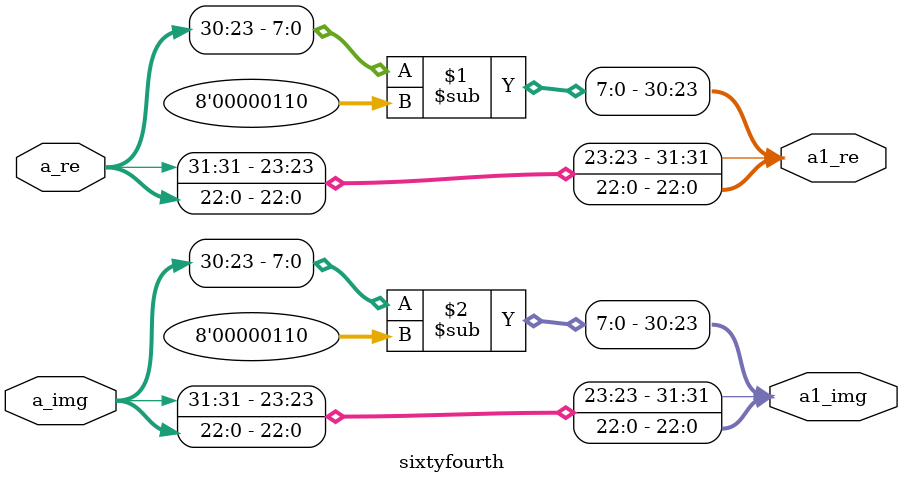
<source format=v>
`timescale 1ns / 1ps
module sixtyfourth(
    input [31:0] a_re,
    input [31:0] a_img,
    output [31:0] a1_re,
    output [31:0] a1_img
    );

assign a1_re[31]=a_re[31],a1_img[31]=a_img[31];
assign a1_re[30:23]=a_re[30:23]-8'b00000110,a1_img[30:23]=a_img[30:23]-8'b00000110;
assign a1_re[22:0]=a_re[22:0],a1_img[22:0]=a_img[22:0];
endmodule

</source>
